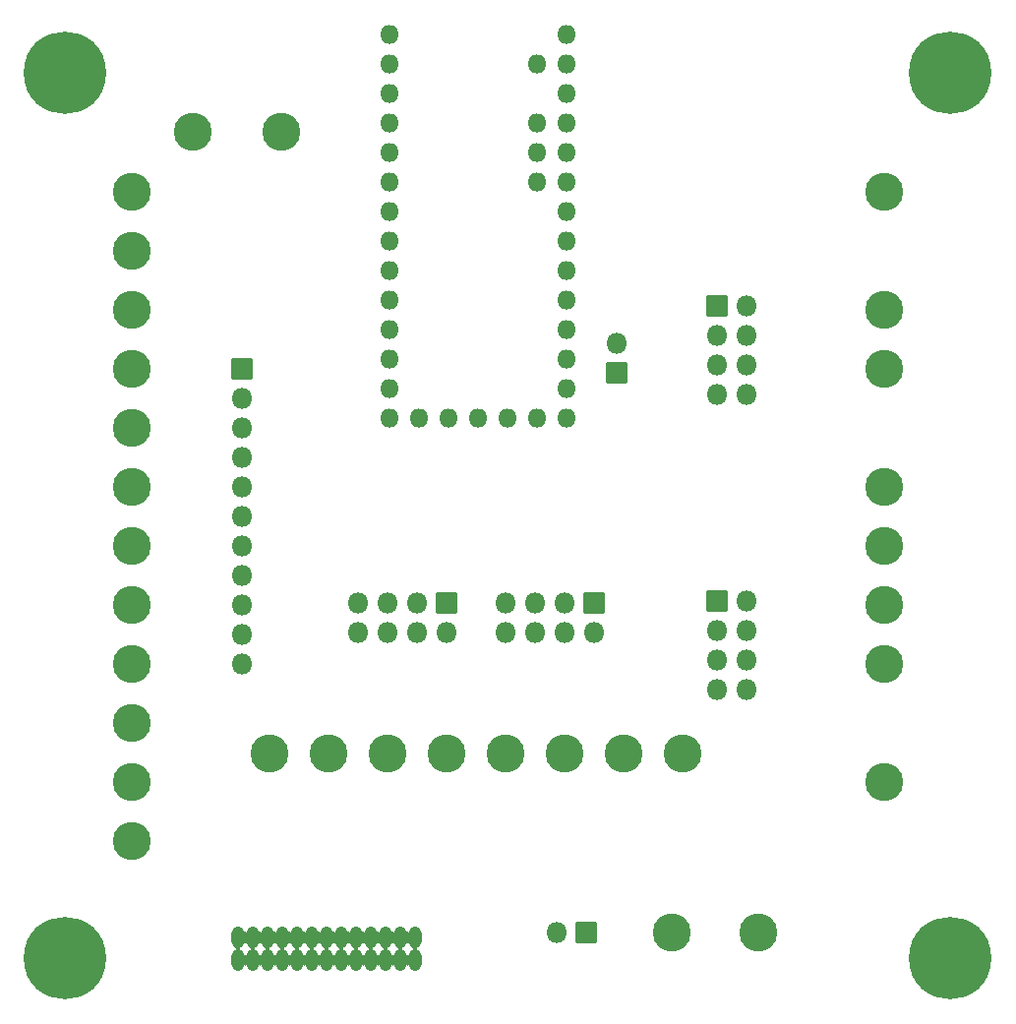
<source format=gbr>
G04 #@! TF.GenerationSoftware,KiCad,Pcbnew,(6.0.1)*
G04 #@! TF.CreationDate,2022-10-16T00:11:52-04:00*
G04 #@! TF.ProjectId,Teensy-Breakout-v6,5465656e-7379-42d4-9272-65616b6f7574,rev?*
G04 #@! TF.SameCoordinates,Original*
G04 #@! TF.FileFunction,Soldermask,Bot*
G04 #@! TF.FilePolarity,Negative*
%FSLAX46Y46*%
G04 Gerber Fmt 4.6, Leading zero omitted, Abs format (unit mm)*
G04 Created by KiCad (PCBNEW (6.0.1)) date 2022-10-16 00:11:52*
%MOMM*%
%LPD*%
G01*
G04 APERTURE LIST*
G04 Aperture macros list*
%AMRoundRect*
0 Rectangle with rounded corners*
0 $1 Rounding radius*
0 $2 $3 $4 $5 $6 $7 $8 $9 X,Y pos of 4 corners*
0 Add a 4 corners polygon primitive as box body*
4,1,4,$2,$3,$4,$5,$6,$7,$8,$9,$2,$3,0*
0 Add four circle primitives for the rounded corners*
1,1,$1+$1,$2,$3*
1,1,$1+$1,$4,$5*
1,1,$1+$1,$6,$7*
1,1,$1+$1,$8,$9*
0 Add four rect primitives between the rounded corners*
20,1,$1+$1,$2,$3,$4,$5,0*
20,1,$1+$1,$4,$5,$6,$7,0*
20,1,$1+$1,$6,$7,$8,$9,0*
20,1,$1+$1,$8,$9,$2,$3,0*%
G04 Aperture macros list end*
%ADD10C,7.086600*%
%ADD11C,3.276600*%
%ADD12O,1.625600X1.625600*%
%ADD13O,1.117600X1.879600*%
%ADD14RoundRect,0.050800X-0.850000X-0.850000X0.850000X-0.850000X0.850000X0.850000X-0.850000X0.850000X0*%
%ADD15O,1.801600X1.801600*%
%ADD16RoundRect,0.050800X-0.850000X0.850000X-0.850000X-0.850000X0.850000X-0.850000X0.850000X0.850000X0*%
%ADD17RoundRect,0.050800X0.850000X0.850000X-0.850000X0.850000X-0.850000X-0.850000X0.850000X-0.850000X0*%
G04 APERTURE END LIST*
D10*
X83185000Y-139065000D03*
D11*
X135382000Y-136842500D03*
X142875000Y-136842500D03*
D12*
X111125000Y-59499500D03*
X111125000Y-62039500D03*
X111125000Y-64579500D03*
X111125000Y-67119500D03*
X111125000Y-69659500D03*
X111125000Y-72199500D03*
X111125000Y-74739500D03*
X111125000Y-77279500D03*
X111125000Y-79819500D03*
X111125000Y-82359500D03*
X111125000Y-84899500D03*
X111125000Y-87439500D03*
X111125000Y-89979500D03*
X111125000Y-92519500D03*
X113665000Y-92519500D03*
X116205000Y-92519500D03*
X118745000Y-92519500D03*
X121285000Y-92519500D03*
X123825000Y-92519500D03*
X126365000Y-92519500D03*
X126365000Y-89979500D03*
X126365000Y-87439500D03*
X126365000Y-84899500D03*
X126365000Y-82359500D03*
X126365000Y-79819500D03*
X126365000Y-77279500D03*
X126365000Y-74739500D03*
X126365000Y-72199500D03*
X126365000Y-69659500D03*
X126365000Y-67119500D03*
X126365000Y-64579500D03*
X126365000Y-62039500D03*
X126365000Y-59499500D03*
X123825000Y-62039500D03*
X123825000Y-67119500D03*
X123825000Y-69659500D03*
X123825000Y-72199500D03*
D11*
X153670000Y-98488500D03*
X153670000Y-88328500D03*
X153670000Y-83248500D03*
X153670000Y-108648500D03*
X153670000Y-103568500D03*
X88900000Y-123888500D03*
X88900000Y-118808500D03*
X88900000Y-113728500D03*
X88900000Y-108648500D03*
X88900000Y-103568500D03*
X88900000Y-98488500D03*
X88900000Y-93408500D03*
X88900000Y-88328500D03*
X88900000Y-83248500D03*
X88900000Y-78168500D03*
D13*
X113284000Y-137248900D03*
X113284000Y-139230100D03*
X112014000Y-137248900D03*
X112014000Y-139230100D03*
X110744000Y-137248900D03*
X110744000Y-139230100D03*
X109474000Y-137248900D03*
X109474000Y-139230100D03*
X108204000Y-137248900D03*
X108204000Y-139230100D03*
X106934000Y-137248900D03*
X106934000Y-139230100D03*
X105664000Y-137248900D03*
X105664000Y-139230100D03*
X104394000Y-137248900D03*
X104394000Y-139230100D03*
X103124000Y-137248900D03*
X103124000Y-139230100D03*
X101854000Y-137248900D03*
X101854000Y-139230100D03*
X100584000Y-137248900D03*
X100584000Y-139230100D03*
X99314000Y-137248900D03*
X99314000Y-139230100D03*
X98044000Y-137248900D03*
X98044000Y-139230100D03*
D11*
X88900000Y-128968500D03*
X153670000Y-73088500D03*
X88900000Y-73088500D03*
D10*
X83185000Y-62865000D03*
X159385000Y-139065000D03*
X159385000Y-62865000D03*
D11*
X153670000Y-123888500D03*
X153670000Y-113728500D03*
D14*
X139319000Y-82867500D03*
D15*
X141859000Y-82867500D03*
X139319000Y-85407500D03*
X141859000Y-85407500D03*
X139319000Y-87947500D03*
X141859000Y-87947500D03*
X139319000Y-90487500D03*
X141859000Y-90487500D03*
D14*
X139319000Y-108267500D03*
D15*
X141859000Y-108267500D03*
X139319000Y-110807500D03*
X141859000Y-110807500D03*
X139319000Y-113347500D03*
X141859000Y-113347500D03*
X139319000Y-115887500D03*
X141859000Y-115887500D03*
D14*
X98425000Y-88328500D03*
D15*
X98425000Y-90868500D03*
X98425000Y-93408500D03*
X98425000Y-95948500D03*
X98425000Y-98488500D03*
X98425000Y-101028500D03*
X98425000Y-103568500D03*
X98425000Y-106108500D03*
X98425000Y-108648500D03*
X98425000Y-111188500D03*
X98425000Y-113728500D03*
D16*
X128016000Y-136842500D03*
D15*
X125476000Y-136842500D03*
D16*
X128704500Y-108453000D03*
D15*
X128704500Y-110993000D03*
X126164500Y-108453000D03*
X126164500Y-110993000D03*
X123624500Y-108453000D03*
X123624500Y-110993000D03*
X121084500Y-108453000D03*
X121084500Y-110993000D03*
D11*
X100787200Y-121412000D03*
X110947200Y-121412000D03*
X136347200Y-121412000D03*
X101750000Y-67945000D03*
X121107200Y-121412000D03*
X94130000Y-67945000D03*
D15*
X108384500Y-110993000D03*
X108384500Y-108453000D03*
X110924500Y-110993000D03*
X110924500Y-108453000D03*
X113464500Y-110993000D03*
X113464500Y-108453000D03*
X116004500Y-110993000D03*
D16*
X116004500Y-108453000D03*
D11*
X105867200Y-121412000D03*
X131267200Y-121412000D03*
X116027200Y-121412000D03*
X126187200Y-121412000D03*
D17*
X130683000Y-88646000D03*
D15*
X130683000Y-86106000D03*
G36*
X101332009Y-138665530D02*
G01*
X101332369Y-138667338D01*
X101303175Y-138767826D01*
X101297200Y-138849178D01*
X101297200Y-139610968D01*
X101316244Y-139749991D01*
X101315489Y-139751842D01*
X101313507Y-139752114D01*
X101312702Y-139751512D01*
X101273985Y-139703185D01*
X101214672Y-139686959D01*
X101157096Y-139708715D01*
X101126467Y-139750411D01*
X101109415Y-139794147D01*
X101107855Y-139795397D01*
X101105991Y-139794670D01*
X101105631Y-139792862D01*
X101134825Y-139692374D01*
X101140800Y-139611022D01*
X101140800Y-138849232D01*
X101121756Y-138710209D01*
X101122511Y-138708358D01*
X101124493Y-138708086D01*
X101125298Y-138708688D01*
X101164015Y-138757015D01*
X101223328Y-138773241D01*
X101280904Y-138751485D01*
X101311533Y-138709789D01*
X101328585Y-138666053D01*
X101330145Y-138664803D01*
X101332009Y-138665530D01*
G37*
G36*
X108952009Y-138665530D02*
G01*
X108952369Y-138667338D01*
X108923175Y-138767826D01*
X108917200Y-138849178D01*
X108917200Y-139610968D01*
X108936244Y-139749991D01*
X108935489Y-139751842D01*
X108933507Y-139752114D01*
X108932702Y-139751512D01*
X108893985Y-139703185D01*
X108834672Y-139686959D01*
X108777096Y-139708715D01*
X108746467Y-139750411D01*
X108729415Y-139794147D01*
X108727855Y-139795397D01*
X108725991Y-139794670D01*
X108725631Y-139792862D01*
X108754825Y-139692374D01*
X108760800Y-139611022D01*
X108760800Y-138849232D01*
X108741756Y-138710209D01*
X108742511Y-138708358D01*
X108744493Y-138708086D01*
X108745298Y-138708688D01*
X108784015Y-138757015D01*
X108843328Y-138773241D01*
X108900904Y-138751485D01*
X108931533Y-138709789D01*
X108948585Y-138666053D01*
X108950145Y-138664803D01*
X108952009Y-138665530D01*
G37*
G36*
X105142009Y-138665530D02*
G01*
X105142369Y-138667338D01*
X105113175Y-138767826D01*
X105107200Y-138849178D01*
X105107200Y-139610968D01*
X105126244Y-139749991D01*
X105125489Y-139751842D01*
X105123507Y-139752114D01*
X105122702Y-139751512D01*
X105083985Y-139703185D01*
X105024672Y-139686959D01*
X104967096Y-139708715D01*
X104936467Y-139750411D01*
X104919415Y-139794147D01*
X104917855Y-139795397D01*
X104915991Y-139794670D01*
X104915631Y-139792862D01*
X104944825Y-139692374D01*
X104950800Y-139611022D01*
X104950800Y-138849232D01*
X104931756Y-138710209D01*
X104932511Y-138708358D01*
X104934493Y-138708086D01*
X104935298Y-138708688D01*
X104974015Y-138757015D01*
X105033328Y-138773241D01*
X105090904Y-138751485D01*
X105121533Y-138709789D01*
X105138585Y-138666053D01*
X105140145Y-138664803D01*
X105142009Y-138665530D01*
G37*
G36*
X107682009Y-138665530D02*
G01*
X107682369Y-138667338D01*
X107653175Y-138767826D01*
X107647200Y-138849178D01*
X107647200Y-139610968D01*
X107666244Y-139749991D01*
X107665489Y-139751842D01*
X107663507Y-139752114D01*
X107662702Y-139751512D01*
X107623985Y-139703185D01*
X107564672Y-139686959D01*
X107507096Y-139708715D01*
X107476467Y-139750411D01*
X107459415Y-139794147D01*
X107457855Y-139795397D01*
X107455991Y-139794670D01*
X107455631Y-139792862D01*
X107484825Y-139692374D01*
X107490800Y-139611022D01*
X107490800Y-138849232D01*
X107471756Y-138710209D01*
X107472511Y-138708358D01*
X107474493Y-138708086D01*
X107475298Y-138708688D01*
X107514015Y-138757015D01*
X107573328Y-138773241D01*
X107630904Y-138751485D01*
X107661533Y-138709789D01*
X107678585Y-138666053D01*
X107680145Y-138664803D01*
X107682009Y-138665530D01*
G37*
G36*
X110222009Y-138665530D02*
G01*
X110222369Y-138667338D01*
X110193175Y-138767826D01*
X110187200Y-138849178D01*
X110187200Y-139610968D01*
X110206244Y-139749991D01*
X110205489Y-139751842D01*
X110203507Y-139752114D01*
X110202702Y-139751512D01*
X110163985Y-139703185D01*
X110104672Y-139686959D01*
X110047096Y-139708715D01*
X110016467Y-139750411D01*
X109999415Y-139794147D01*
X109997855Y-139795397D01*
X109995991Y-139794670D01*
X109995631Y-139792862D01*
X110024825Y-139692374D01*
X110030800Y-139611022D01*
X110030800Y-138849232D01*
X110011756Y-138710209D01*
X110012511Y-138708358D01*
X110014493Y-138708086D01*
X110015298Y-138708688D01*
X110054015Y-138757015D01*
X110113328Y-138773241D01*
X110170904Y-138751485D01*
X110201533Y-138709789D01*
X110218585Y-138666053D01*
X110220145Y-138664803D01*
X110222009Y-138665530D01*
G37*
G36*
X100062009Y-138665530D02*
G01*
X100062369Y-138667338D01*
X100033175Y-138767826D01*
X100027200Y-138849178D01*
X100027200Y-139610968D01*
X100046244Y-139749991D01*
X100045489Y-139751842D01*
X100043507Y-139752114D01*
X100042702Y-139751512D01*
X100003985Y-139703185D01*
X99944672Y-139686959D01*
X99887096Y-139708715D01*
X99856467Y-139750411D01*
X99839415Y-139794147D01*
X99837855Y-139795397D01*
X99835991Y-139794670D01*
X99835631Y-139792862D01*
X99864825Y-139692374D01*
X99870800Y-139611022D01*
X99870800Y-138849232D01*
X99851756Y-138710209D01*
X99852511Y-138708358D01*
X99854493Y-138708086D01*
X99855298Y-138708688D01*
X99894015Y-138757015D01*
X99953328Y-138773241D01*
X100010904Y-138751485D01*
X100041533Y-138709789D01*
X100058585Y-138666053D01*
X100060145Y-138664803D01*
X100062009Y-138665530D01*
G37*
G36*
X102602009Y-138665530D02*
G01*
X102602369Y-138667338D01*
X102573175Y-138767826D01*
X102567200Y-138849178D01*
X102567200Y-139610968D01*
X102586244Y-139749991D01*
X102585489Y-139751842D01*
X102583507Y-139752114D01*
X102582702Y-139751512D01*
X102543985Y-139703185D01*
X102484672Y-139686959D01*
X102427096Y-139708715D01*
X102396467Y-139750411D01*
X102379415Y-139794147D01*
X102377855Y-139795397D01*
X102375991Y-139794670D01*
X102375631Y-139792862D01*
X102404825Y-139692374D01*
X102410800Y-139611022D01*
X102410800Y-138849232D01*
X102391756Y-138710209D01*
X102392511Y-138708358D01*
X102394493Y-138708086D01*
X102395298Y-138708688D01*
X102434015Y-138757015D01*
X102493328Y-138773241D01*
X102550904Y-138751485D01*
X102581533Y-138709789D01*
X102598585Y-138666053D01*
X102600145Y-138664803D01*
X102602009Y-138665530D01*
G37*
G36*
X103872009Y-138665530D02*
G01*
X103872369Y-138667338D01*
X103843175Y-138767826D01*
X103837200Y-138849178D01*
X103837200Y-139610968D01*
X103856244Y-139749991D01*
X103855489Y-139751842D01*
X103853507Y-139752114D01*
X103852702Y-139751512D01*
X103813985Y-139703185D01*
X103754672Y-139686959D01*
X103697096Y-139708715D01*
X103666467Y-139750411D01*
X103649415Y-139794147D01*
X103647855Y-139795397D01*
X103645991Y-139794670D01*
X103645631Y-139792862D01*
X103674825Y-139692374D01*
X103680800Y-139611022D01*
X103680800Y-138849232D01*
X103661756Y-138710209D01*
X103662511Y-138708358D01*
X103664493Y-138708086D01*
X103665298Y-138708688D01*
X103704015Y-138757015D01*
X103763328Y-138773241D01*
X103820904Y-138751485D01*
X103851533Y-138709789D01*
X103868585Y-138666053D01*
X103870145Y-138664803D01*
X103872009Y-138665530D01*
G37*
G36*
X98792009Y-138665530D02*
G01*
X98792369Y-138667338D01*
X98763175Y-138767826D01*
X98757200Y-138849178D01*
X98757200Y-139610968D01*
X98776244Y-139749991D01*
X98775489Y-139751842D01*
X98773507Y-139752114D01*
X98772702Y-139751512D01*
X98733985Y-139703185D01*
X98674672Y-139686959D01*
X98617096Y-139708715D01*
X98586467Y-139750411D01*
X98569415Y-139794147D01*
X98567855Y-139795397D01*
X98565991Y-139794670D01*
X98565631Y-139792862D01*
X98594825Y-139692374D01*
X98600800Y-139611022D01*
X98600800Y-138849232D01*
X98581756Y-138710209D01*
X98582511Y-138708358D01*
X98584493Y-138708086D01*
X98585298Y-138708688D01*
X98624015Y-138757015D01*
X98683328Y-138773241D01*
X98740904Y-138751485D01*
X98771533Y-138709789D01*
X98788585Y-138666053D01*
X98790145Y-138664803D01*
X98792009Y-138665530D01*
G37*
G36*
X106412009Y-138665530D02*
G01*
X106412369Y-138667338D01*
X106383175Y-138767826D01*
X106377200Y-138849178D01*
X106377200Y-139610968D01*
X106396244Y-139749991D01*
X106395489Y-139751842D01*
X106393507Y-139752114D01*
X106392702Y-139751512D01*
X106353985Y-139703185D01*
X106294672Y-139686959D01*
X106237096Y-139708715D01*
X106206467Y-139750411D01*
X106189415Y-139794147D01*
X106187855Y-139795397D01*
X106185991Y-139794670D01*
X106185631Y-139792862D01*
X106214825Y-139692374D01*
X106220800Y-139611022D01*
X106220800Y-138849232D01*
X106201756Y-138710209D01*
X106202511Y-138708358D01*
X106204493Y-138708086D01*
X106205298Y-138708688D01*
X106244015Y-138757015D01*
X106303328Y-138773241D01*
X106360904Y-138751485D01*
X106391533Y-138709789D01*
X106408585Y-138666053D01*
X106410145Y-138664803D01*
X106412009Y-138665530D01*
G37*
G36*
X111492009Y-138665530D02*
G01*
X111492369Y-138667338D01*
X111463175Y-138767826D01*
X111457200Y-138849178D01*
X111457200Y-139610968D01*
X111476244Y-139749991D01*
X111475489Y-139751842D01*
X111473507Y-139752114D01*
X111472702Y-139751512D01*
X111433985Y-139703185D01*
X111374672Y-139686959D01*
X111317096Y-139708715D01*
X111286467Y-139750411D01*
X111269415Y-139794147D01*
X111267855Y-139795397D01*
X111265991Y-139794670D01*
X111265631Y-139792862D01*
X111294825Y-139692374D01*
X111300800Y-139611022D01*
X111300800Y-138849232D01*
X111281756Y-138710209D01*
X111282511Y-138708358D01*
X111284493Y-138708086D01*
X111285298Y-138708688D01*
X111324015Y-138757015D01*
X111383328Y-138773241D01*
X111440904Y-138751485D01*
X111471533Y-138709789D01*
X111488585Y-138666053D01*
X111490145Y-138664803D01*
X111492009Y-138665530D01*
G37*
G36*
X112762009Y-138665530D02*
G01*
X112762369Y-138667338D01*
X112733175Y-138767826D01*
X112727200Y-138849178D01*
X112727200Y-139610968D01*
X112746244Y-139749991D01*
X112745489Y-139751842D01*
X112743507Y-139752114D01*
X112742702Y-139751512D01*
X112703985Y-139703185D01*
X112644672Y-139686959D01*
X112587096Y-139708715D01*
X112556467Y-139750411D01*
X112539415Y-139794147D01*
X112537855Y-139795397D01*
X112535991Y-139794670D01*
X112535631Y-139792862D01*
X112564825Y-139692374D01*
X112570800Y-139611022D01*
X112570800Y-138849232D01*
X112551756Y-138710209D01*
X112552511Y-138708358D01*
X112554493Y-138708086D01*
X112555298Y-138708688D01*
X112594015Y-138757015D01*
X112653328Y-138773241D01*
X112710904Y-138751485D01*
X112741533Y-138709789D01*
X112758585Y-138666053D01*
X112760145Y-138664803D01*
X112762009Y-138665530D01*
G37*
G36*
X108518852Y-138089706D02*
G01*
X108519760Y-138091488D01*
X108519079Y-138092889D01*
X108518992Y-138092965D01*
X108518593Y-138093236D01*
X108407680Y-138150483D01*
X108364190Y-138194431D01*
X108354888Y-138255215D01*
X108383174Y-138310017D01*
X108406599Y-138327224D01*
X108431941Y-138340642D01*
X108433004Y-138342337D01*
X108432068Y-138344104D01*
X108430328Y-138344292D01*
X108319762Y-138304486D01*
X108169040Y-138293418D01*
X108020892Y-138323289D01*
X107891145Y-138389399D01*
X107889148Y-138389294D01*
X107888240Y-138387512D01*
X107888921Y-138386111D01*
X107889008Y-138386035D01*
X107889407Y-138385764D01*
X108000320Y-138328517D01*
X108043810Y-138284569D01*
X108053112Y-138223785D01*
X108024826Y-138168983D01*
X108001401Y-138151776D01*
X107976059Y-138138358D01*
X107974996Y-138136663D01*
X107975932Y-138134896D01*
X107977672Y-138134708D01*
X108088238Y-138174514D01*
X108238960Y-138185582D01*
X108387108Y-138155711D01*
X108516855Y-138089601D01*
X108518852Y-138089706D01*
G37*
G36*
X113598852Y-138089706D02*
G01*
X113599760Y-138091488D01*
X113599079Y-138092889D01*
X113598992Y-138092965D01*
X113598593Y-138093236D01*
X113487680Y-138150483D01*
X113444190Y-138194431D01*
X113434888Y-138255215D01*
X113463174Y-138310017D01*
X113486599Y-138327224D01*
X113511941Y-138340642D01*
X113513004Y-138342337D01*
X113512068Y-138344104D01*
X113510328Y-138344292D01*
X113399762Y-138304486D01*
X113249040Y-138293418D01*
X113100892Y-138323289D01*
X112971145Y-138389399D01*
X112969148Y-138389294D01*
X112968240Y-138387512D01*
X112968921Y-138386111D01*
X112969008Y-138386035D01*
X112969407Y-138385764D01*
X113080320Y-138328517D01*
X113123810Y-138284569D01*
X113133112Y-138223785D01*
X113104826Y-138168983D01*
X113081401Y-138151776D01*
X113056059Y-138138358D01*
X113054996Y-138136663D01*
X113055932Y-138134896D01*
X113057672Y-138134708D01*
X113168238Y-138174514D01*
X113318960Y-138185582D01*
X113467108Y-138155711D01*
X113596855Y-138089601D01*
X113598852Y-138089706D01*
G37*
G36*
X102168852Y-138089706D02*
G01*
X102169760Y-138091488D01*
X102169079Y-138092889D01*
X102168992Y-138092965D01*
X102168593Y-138093236D01*
X102057680Y-138150483D01*
X102014190Y-138194431D01*
X102004888Y-138255215D01*
X102033174Y-138310017D01*
X102056599Y-138327224D01*
X102081941Y-138340642D01*
X102083004Y-138342337D01*
X102082068Y-138344104D01*
X102080328Y-138344292D01*
X101969762Y-138304486D01*
X101819040Y-138293418D01*
X101670892Y-138323289D01*
X101541145Y-138389399D01*
X101539148Y-138389294D01*
X101538240Y-138387512D01*
X101538921Y-138386111D01*
X101539008Y-138386035D01*
X101539407Y-138385764D01*
X101650320Y-138328517D01*
X101693810Y-138284569D01*
X101703112Y-138223785D01*
X101674826Y-138168983D01*
X101651401Y-138151776D01*
X101626059Y-138138358D01*
X101624996Y-138136663D01*
X101625932Y-138134896D01*
X101627672Y-138134708D01*
X101738238Y-138174514D01*
X101888960Y-138185582D01*
X102037108Y-138155711D01*
X102166855Y-138089601D01*
X102168852Y-138089706D01*
G37*
G36*
X103438852Y-138089706D02*
G01*
X103439760Y-138091488D01*
X103439079Y-138092889D01*
X103438992Y-138092965D01*
X103438593Y-138093236D01*
X103327680Y-138150483D01*
X103284190Y-138194431D01*
X103274888Y-138255215D01*
X103303174Y-138310017D01*
X103326599Y-138327224D01*
X103351941Y-138340642D01*
X103353004Y-138342337D01*
X103352068Y-138344104D01*
X103350328Y-138344292D01*
X103239762Y-138304486D01*
X103089040Y-138293418D01*
X102940892Y-138323289D01*
X102811145Y-138389399D01*
X102809148Y-138389294D01*
X102808240Y-138387512D01*
X102808921Y-138386111D01*
X102809008Y-138386035D01*
X102809407Y-138385764D01*
X102920320Y-138328517D01*
X102963810Y-138284569D01*
X102973112Y-138223785D01*
X102944826Y-138168983D01*
X102921401Y-138151776D01*
X102896059Y-138138358D01*
X102894996Y-138136663D01*
X102895932Y-138134896D01*
X102897672Y-138134708D01*
X103008238Y-138174514D01*
X103158960Y-138185582D01*
X103307108Y-138155711D01*
X103436855Y-138089601D01*
X103438852Y-138089706D01*
G37*
G36*
X99628852Y-138089706D02*
G01*
X99629760Y-138091488D01*
X99629079Y-138092889D01*
X99628992Y-138092965D01*
X99628593Y-138093236D01*
X99517680Y-138150483D01*
X99474190Y-138194431D01*
X99464888Y-138255215D01*
X99493174Y-138310017D01*
X99516599Y-138327224D01*
X99541941Y-138340642D01*
X99543004Y-138342337D01*
X99542068Y-138344104D01*
X99540328Y-138344292D01*
X99429762Y-138304486D01*
X99279040Y-138293418D01*
X99130892Y-138323289D01*
X99001145Y-138389399D01*
X98999148Y-138389294D01*
X98998240Y-138387512D01*
X98998921Y-138386111D01*
X98999008Y-138386035D01*
X98999407Y-138385764D01*
X99110320Y-138328517D01*
X99153810Y-138284569D01*
X99163112Y-138223785D01*
X99134826Y-138168983D01*
X99111401Y-138151776D01*
X99086059Y-138138358D01*
X99084996Y-138136663D01*
X99085932Y-138134896D01*
X99087672Y-138134708D01*
X99198238Y-138174514D01*
X99348960Y-138185582D01*
X99497108Y-138155711D01*
X99626855Y-138089601D01*
X99628852Y-138089706D01*
G37*
G36*
X109788852Y-138089706D02*
G01*
X109789760Y-138091488D01*
X109789079Y-138092889D01*
X109788992Y-138092965D01*
X109788593Y-138093236D01*
X109677680Y-138150483D01*
X109634190Y-138194431D01*
X109624888Y-138255215D01*
X109653174Y-138310017D01*
X109676599Y-138327224D01*
X109701941Y-138340642D01*
X109703004Y-138342337D01*
X109702068Y-138344104D01*
X109700328Y-138344292D01*
X109589762Y-138304486D01*
X109439040Y-138293418D01*
X109290892Y-138323289D01*
X109161145Y-138389399D01*
X109159148Y-138389294D01*
X109158240Y-138387512D01*
X109158921Y-138386111D01*
X109159008Y-138386035D01*
X109159407Y-138385764D01*
X109270320Y-138328517D01*
X109313810Y-138284569D01*
X109323112Y-138223785D01*
X109294826Y-138168983D01*
X109271401Y-138151776D01*
X109246059Y-138138358D01*
X109244996Y-138136663D01*
X109245932Y-138134896D01*
X109247672Y-138134708D01*
X109358238Y-138174514D01*
X109508960Y-138185582D01*
X109657108Y-138155711D01*
X109786855Y-138089601D01*
X109788852Y-138089706D01*
G37*
G36*
X104708852Y-138089706D02*
G01*
X104709760Y-138091488D01*
X104709079Y-138092889D01*
X104708992Y-138092965D01*
X104708593Y-138093236D01*
X104597680Y-138150483D01*
X104554190Y-138194431D01*
X104544888Y-138255215D01*
X104573174Y-138310017D01*
X104596599Y-138327224D01*
X104621941Y-138340642D01*
X104623004Y-138342337D01*
X104622068Y-138344104D01*
X104620328Y-138344292D01*
X104509762Y-138304486D01*
X104359040Y-138293418D01*
X104210892Y-138323289D01*
X104081145Y-138389399D01*
X104079148Y-138389294D01*
X104078240Y-138387512D01*
X104078921Y-138386111D01*
X104079008Y-138386035D01*
X104079407Y-138385764D01*
X104190320Y-138328517D01*
X104233810Y-138284569D01*
X104243112Y-138223785D01*
X104214826Y-138168983D01*
X104191401Y-138151776D01*
X104166059Y-138138358D01*
X104164996Y-138136663D01*
X104165932Y-138134896D01*
X104167672Y-138134708D01*
X104278238Y-138174514D01*
X104428960Y-138185582D01*
X104577108Y-138155711D01*
X104706855Y-138089601D01*
X104708852Y-138089706D01*
G37*
G36*
X107248852Y-138089706D02*
G01*
X107249760Y-138091488D01*
X107249079Y-138092889D01*
X107248992Y-138092965D01*
X107248593Y-138093236D01*
X107137680Y-138150483D01*
X107094190Y-138194431D01*
X107084888Y-138255215D01*
X107113174Y-138310017D01*
X107136599Y-138327224D01*
X107161941Y-138340642D01*
X107163004Y-138342337D01*
X107162068Y-138344104D01*
X107160328Y-138344292D01*
X107049762Y-138304486D01*
X106899040Y-138293418D01*
X106750892Y-138323289D01*
X106621145Y-138389399D01*
X106619148Y-138389294D01*
X106618240Y-138387512D01*
X106618921Y-138386111D01*
X106619008Y-138386035D01*
X106619407Y-138385764D01*
X106730320Y-138328517D01*
X106773810Y-138284569D01*
X106783112Y-138223785D01*
X106754826Y-138168983D01*
X106731401Y-138151776D01*
X106706059Y-138138358D01*
X106704996Y-138136663D01*
X106705932Y-138134896D01*
X106707672Y-138134708D01*
X106818238Y-138174514D01*
X106968960Y-138185582D01*
X107117108Y-138155711D01*
X107246855Y-138089601D01*
X107248852Y-138089706D01*
G37*
G36*
X112328852Y-138089706D02*
G01*
X112329760Y-138091488D01*
X112329079Y-138092889D01*
X112328992Y-138092965D01*
X112328593Y-138093236D01*
X112217680Y-138150483D01*
X112174190Y-138194431D01*
X112164888Y-138255215D01*
X112193174Y-138310017D01*
X112216599Y-138327224D01*
X112241941Y-138340642D01*
X112243004Y-138342337D01*
X112242068Y-138344104D01*
X112240328Y-138344292D01*
X112129762Y-138304486D01*
X111979040Y-138293418D01*
X111830892Y-138323289D01*
X111701145Y-138389399D01*
X111699148Y-138389294D01*
X111698240Y-138387512D01*
X111698921Y-138386111D01*
X111699008Y-138386035D01*
X111699407Y-138385764D01*
X111810320Y-138328517D01*
X111853810Y-138284569D01*
X111863112Y-138223785D01*
X111834826Y-138168983D01*
X111811401Y-138151776D01*
X111786059Y-138138358D01*
X111784996Y-138136663D01*
X111785932Y-138134896D01*
X111787672Y-138134708D01*
X111898238Y-138174514D01*
X112048960Y-138185582D01*
X112197108Y-138155711D01*
X112326855Y-138089601D01*
X112328852Y-138089706D01*
G37*
G36*
X105978852Y-138089706D02*
G01*
X105979760Y-138091488D01*
X105979079Y-138092889D01*
X105978992Y-138092965D01*
X105978593Y-138093236D01*
X105867680Y-138150483D01*
X105824190Y-138194431D01*
X105814888Y-138255215D01*
X105843174Y-138310017D01*
X105866599Y-138327224D01*
X105891941Y-138340642D01*
X105893004Y-138342337D01*
X105892068Y-138344104D01*
X105890328Y-138344292D01*
X105779762Y-138304486D01*
X105629040Y-138293418D01*
X105480892Y-138323289D01*
X105351145Y-138389399D01*
X105349148Y-138389294D01*
X105348240Y-138387512D01*
X105348921Y-138386111D01*
X105349008Y-138386035D01*
X105349407Y-138385764D01*
X105460320Y-138328517D01*
X105503810Y-138284569D01*
X105513112Y-138223785D01*
X105484826Y-138168983D01*
X105461401Y-138151776D01*
X105436059Y-138138358D01*
X105434996Y-138136663D01*
X105435932Y-138134896D01*
X105437672Y-138134708D01*
X105548238Y-138174514D01*
X105698960Y-138185582D01*
X105847108Y-138155711D01*
X105976855Y-138089601D01*
X105978852Y-138089706D01*
G37*
G36*
X98358852Y-138089706D02*
G01*
X98359760Y-138091488D01*
X98359079Y-138092889D01*
X98358992Y-138092965D01*
X98358593Y-138093236D01*
X98247680Y-138150483D01*
X98204190Y-138194431D01*
X98194888Y-138255215D01*
X98223174Y-138310017D01*
X98246599Y-138327224D01*
X98271941Y-138340642D01*
X98273004Y-138342337D01*
X98272068Y-138344104D01*
X98270328Y-138344292D01*
X98159762Y-138304486D01*
X98009040Y-138293418D01*
X97860892Y-138323289D01*
X97731145Y-138389399D01*
X97729148Y-138389294D01*
X97728240Y-138387512D01*
X97728921Y-138386111D01*
X97729008Y-138386035D01*
X97729407Y-138385764D01*
X97840320Y-138328517D01*
X97883810Y-138284569D01*
X97893112Y-138223785D01*
X97864826Y-138168983D01*
X97841401Y-138151776D01*
X97816059Y-138138358D01*
X97814996Y-138136663D01*
X97815932Y-138134896D01*
X97817672Y-138134708D01*
X97928238Y-138174514D01*
X98078960Y-138185582D01*
X98227108Y-138155711D01*
X98356855Y-138089601D01*
X98358852Y-138089706D01*
G37*
G36*
X111058852Y-138089706D02*
G01*
X111059760Y-138091488D01*
X111059079Y-138092889D01*
X111058992Y-138092965D01*
X111058593Y-138093236D01*
X110947680Y-138150483D01*
X110904190Y-138194431D01*
X110894888Y-138255215D01*
X110923174Y-138310017D01*
X110946599Y-138327224D01*
X110971941Y-138340642D01*
X110973004Y-138342337D01*
X110972068Y-138344104D01*
X110970328Y-138344292D01*
X110859762Y-138304486D01*
X110709040Y-138293418D01*
X110560892Y-138323289D01*
X110431145Y-138389399D01*
X110429148Y-138389294D01*
X110428240Y-138387512D01*
X110428921Y-138386111D01*
X110429008Y-138386035D01*
X110429407Y-138385764D01*
X110540320Y-138328517D01*
X110583810Y-138284569D01*
X110593112Y-138223785D01*
X110564826Y-138168983D01*
X110541401Y-138151776D01*
X110516059Y-138138358D01*
X110514996Y-138136663D01*
X110515932Y-138134896D01*
X110517672Y-138134708D01*
X110628238Y-138174514D01*
X110778960Y-138185582D01*
X110927108Y-138155711D01*
X111056855Y-138089601D01*
X111058852Y-138089706D01*
G37*
G36*
X100898852Y-138089706D02*
G01*
X100899760Y-138091488D01*
X100899079Y-138092889D01*
X100898992Y-138092965D01*
X100898593Y-138093236D01*
X100787680Y-138150483D01*
X100744190Y-138194431D01*
X100734888Y-138255215D01*
X100763174Y-138310017D01*
X100786599Y-138327224D01*
X100811941Y-138340642D01*
X100813004Y-138342337D01*
X100812068Y-138344104D01*
X100810328Y-138344292D01*
X100699762Y-138304486D01*
X100549040Y-138293418D01*
X100400892Y-138323289D01*
X100271145Y-138389399D01*
X100269148Y-138389294D01*
X100268240Y-138387512D01*
X100268921Y-138386111D01*
X100269008Y-138386035D01*
X100269407Y-138385764D01*
X100380320Y-138328517D01*
X100423810Y-138284569D01*
X100433112Y-138223785D01*
X100404826Y-138168983D01*
X100381401Y-138151776D01*
X100356059Y-138138358D01*
X100354996Y-138136663D01*
X100355932Y-138134896D01*
X100357672Y-138134708D01*
X100468238Y-138174514D01*
X100618960Y-138185582D01*
X100767108Y-138155711D01*
X100896855Y-138089601D01*
X100898852Y-138089706D01*
G37*
G36*
X112762009Y-136684330D02*
G01*
X112762369Y-136686138D01*
X112733175Y-136786626D01*
X112727200Y-136867978D01*
X112727200Y-137629768D01*
X112746244Y-137768791D01*
X112745489Y-137770642D01*
X112743507Y-137770914D01*
X112742702Y-137770312D01*
X112703985Y-137721985D01*
X112644672Y-137705759D01*
X112587096Y-137727515D01*
X112556467Y-137769211D01*
X112539415Y-137812947D01*
X112537855Y-137814197D01*
X112535991Y-137813470D01*
X112535631Y-137811662D01*
X112564825Y-137711174D01*
X112570800Y-137629822D01*
X112570800Y-136868032D01*
X112551756Y-136729009D01*
X112552511Y-136727158D01*
X112554493Y-136726886D01*
X112555298Y-136727488D01*
X112594015Y-136775815D01*
X112653328Y-136792041D01*
X112710904Y-136770285D01*
X112741533Y-136728589D01*
X112758585Y-136684853D01*
X112760145Y-136683603D01*
X112762009Y-136684330D01*
G37*
G36*
X101332009Y-136684330D02*
G01*
X101332369Y-136686138D01*
X101303175Y-136786626D01*
X101297200Y-136867978D01*
X101297200Y-137629768D01*
X101316244Y-137768791D01*
X101315489Y-137770642D01*
X101313507Y-137770914D01*
X101312702Y-137770312D01*
X101273985Y-137721985D01*
X101214672Y-137705759D01*
X101157096Y-137727515D01*
X101126467Y-137769211D01*
X101109415Y-137812947D01*
X101107855Y-137814197D01*
X101105991Y-137813470D01*
X101105631Y-137811662D01*
X101134825Y-137711174D01*
X101140800Y-137629822D01*
X101140800Y-136868032D01*
X101121756Y-136729009D01*
X101122511Y-136727158D01*
X101124493Y-136726886D01*
X101125298Y-136727488D01*
X101164015Y-136775815D01*
X101223328Y-136792041D01*
X101280904Y-136770285D01*
X101311533Y-136728589D01*
X101328585Y-136684853D01*
X101330145Y-136683603D01*
X101332009Y-136684330D01*
G37*
G36*
X111492009Y-136684330D02*
G01*
X111492369Y-136686138D01*
X111463175Y-136786626D01*
X111457200Y-136867978D01*
X111457200Y-137629768D01*
X111476244Y-137768791D01*
X111475489Y-137770642D01*
X111473507Y-137770914D01*
X111472702Y-137770312D01*
X111433985Y-137721985D01*
X111374672Y-137705759D01*
X111317096Y-137727515D01*
X111286467Y-137769211D01*
X111269415Y-137812947D01*
X111267855Y-137814197D01*
X111265991Y-137813470D01*
X111265631Y-137811662D01*
X111294825Y-137711174D01*
X111300800Y-137629822D01*
X111300800Y-136868032D01*
X111281756Y-136729009D01*
X111282511Y-136727158D01*
X111284493Y-136726886D01*
X111285298Y-136727488D01*
X111324015Y-136775815D01*
X111383328Y-136792041D01*
X111440904Y-136770285D01*
X111471533Y-136728589D01*
X111488585Y-136684853D01*
X111490145Y-136683603D01*
X111492009Y-136684330D01*
G37*
G36*
X106412009Y-136684330D02*
G01*
X106412369Y-136686138D01*
X106383175Y-136786626D01*
X106377200Y-136867978D01*
X106377200Y-137629768D01*
X106396244Y-137768791D01*
X106395489Y-137770642D01*
X106393507Y-137770914D01*
X106392702Y-137770312D01*
X106353985Y-137721985D01*
X106294672Y-137705759D01*
X106237096Y-137727515D01*
X106206467Y-137769211D01*
X106189415Y-137812947D01*
X106187855Y-137814197D01*
X106185991Y-137813470D01*
X106185631Y-137811662D01*
X106214825Y-137711174D01*
X106220800Y-137629822D01*
X106220800Y-136868032D01*
X106201756Y-136729009D01*
X106202511Y-136727158D01*
X106204493Y-136726886D01*
X106205298Y-136727488D01*
X106244015Y-136775815D01*
X106303328Y-136792041D01*
X106360904Y-136770285D01*
X106391533Y-136728589D01*
X106408585Y-136684853D01*
X106410145Y-136683603D01*
X106412009Y-136684330D01*
G37*
G36*
X102602009Y-136684330D02*
G01*
X102602369Y-136686138D01*
X102573175Y-136786626D01*
X102567200Y-136867978D01*
X102567200Y-137629768D01*
X102586244Y-137768791D01*
X102585489Y-137770642D01*
X102583507Y-137770914D01*
X102582702Y-137770312D01*
X102543985Y-137721985D01*
X102484672Y-137705759D01*
X102427096Y-137727515D01*
X102396467Y-137769211D01*
X102379415Y-137812947D01*
X102377855Y-137814197D01*
X102375991Y-137813470D01*
X102375631Y-137811662D01*
X102404825Y-137711174D01*
X102410800Y-137629822D01*
X102410800Y-136868032D01*
X102391756Y-136729009D01*
X102392511Y-136727158D01*
X102394493Y-136726886D01*
X102395298Y-136727488D01*
X102434015Y-136775815D01*
X102493328Y-136792041D01*
X102550904Y-136770285D01*
X102581533Y-136728589D01*
X102598585Y-136684853D01*
X102600145Y-136683603D01*
X102602009Y-136684330D01*
G37*
G36*
X105142009Y-136684330D02*
G01*
X105142369Y-136686138D01*
X105113175Y-136786626D01*
X105107200Y-136867978D01*
X105107200Y-137629768D01*
X105126244Y-137768791D01*
X105125489Y-137770642D01*
X105123507Y-137770914D01*
X105122702Y-137770312D01*
X105083985Y-137721985D01*
X105024672Y-137705759D01*
X104967096Y-137727515D01*
X104936467Y-137769211D01*
X104919415Y-137812947D01*
X104917855Y-137814197D01*
X104915991Y-137813470D01*
X104915631Y-137811662D01*
X104944825Y-137711174D01*
X104950800Y-137629822D01*
X104950800Y-136868032D01*
X104931756Y-136729009D01*
X104932511Y-136727158D01*
X104934493Y-136726886D01*
X104935298Y-136727488D01*
X104974015Y-136775815D01*
X105033328Y-136792041D01*
X105090904Y-136770285D01*
X105121533Y-136728589D01*
X105138585Y-136684853D01*
X105140145Y-136683603D01*
X105142009Y-136684330D01*
G37*
G36*
X100062009Y-136684330D02*
G01*
X100062369Y-136686138D01*
X100033175Y-136786626D01*
X100027200Y-136867978D01*
X100027200Y-137629768D01*
X100046244Y-137768791D01*
X100045489Y-137770642D01*
X100043507Y-137770914D01*
X100042702Y-137770312D01*
X100003985Y-137721985D01*
X99944672Y-137705759D01*
X99887096Y-137727515D01*
X99856467Y-137769211D01*
X99839415Y-137812947D01*
X99837855Y-137814197D01*
X99835991Y-137813470D01*
X99835631Y-137811662D01*
X99864825Y-137711174D01*
X99870800Y-137629822D01*
X99870800Y-136868032D01*
X99851756Y-136729009D01*
X99852511Y-136727158D01*
X99854493Y-136726886D01*
X99855298Y-136727488D01*
X99894015Y-136775815D01*
X99953328Y-136792041D01*
X100010904Y-136770285D01*
X100041533Y-136728589D01*
X100058585Y-136684853D01*
X100060145Y-136683603D01*
X100062009Y-136684330D01*
G37*
G36*
X98792009Y-136684330D02*
G01*
X98792369Y-136686138D01*
X98763175Y-136786626D01*
X98757200Y-136867978D01*
X98757200Y-137629768D01*
X98776244Y-137768791D01*
X98775489Y-137770642D01*
X98773507Y-137770914D01*
X98772702Y-137770312D01*
X98733985Y-137721985D01*
X98674672Y-137705759D01*
X98617096Y-137727515D01*
X98586467Y-137769211D01*
X98569415Y-137812947D01*
X98567855Y-137814197D01*
X98565991Y-137813470D01*
X98565631Y-137811662D01*
X98594825Y-137711174D01*
X98600800Y-137629822D01*
X98600800Y-136868032D01*
X98581756Y-136729009D01*
X98582511Y-136727158D01*
X98584493Y-136726886D01*
X98585298Y-136727488D01*
X98624015Y-136775815D01*
X98683328Y-136792041D01*
X98740904Y-136770285D01*
X98771533Y-136728589D01*
X98788585Y-136684853D01*
X98790145Y-136683603D01*
X98792009Y-136684330D01*
G37*
G36*
X108952009Y-136684330D02*
G01*
X108952369Y-136686138D01*
X108923175Y-136786626D01*
X108917200Y-136867978D01*
X108917200Y-137629768D01*
X108936244Y-137768791D01*
X108935489Y-137770642D01*
X108933507Y-137770914D01*
X108932702Y-137770312D01*
X108893985Y-137721985D01*
X108834672Y-137705759D01*
X108777096Y-137727515D01*
X108746467Y-137769211D01*
X108729415Y-137812947D01*
X108727855Y-137814197D01*
X108725991Y-137813470D01*
X108725631Y-137811662D01*
X108754825Y-137711174D01*
X108760800Y-137629822D01*
X108760800Y-136868032D01*
X108741756Y-136729009D01*
X108742511Y-136727158D01*
X108744493Y-136726886D01*
X108745298Y-136727488D01*
X108784015Y-136775815D01*
X108843328Y-136792041D01*
X108900904Y-136770285D01*
X108931533Y-136728589D01*
X108948585Y-136684853D01*
X108950145Y-136683603D01*
X108952009Y-136684330D01*
G37*
G36*
X103872009Y-136684330D02*
G01*
X103872369Y-136686138D01*
X103843175Y-136786626D01*
X103837200Y-136867978D01*
X103837200Y-137629768D01*
X103856244Y-137768791D01*
X103855489Y-137770642D01*
X103853507Y-137770914D01*
X103852702Y-137770312D01*
X103813985Y-137721985D01*
X103754672Y-137705759D01*
X103697096Y-137727515D01*
X103666467Y-137769211D01*
X103649415Y-137812947D01*
X103647855Y-137814197D01*
X103645991Y-137813470D01*
X103645631Y-137811662D01*
X103674825Y-137711174D01*
X103680800Y-137629822D01*
X103680800Y-136868032D01*
X103661756Y-136729009D01*
X103662511Y-136727158D01*
X103664493Y-136726886D01*
X103665298Y-136727488D01*
X103704015Y-136775815D01*
X103763328Y-136792041D01*
X103820904Y-136770285D01*
X103851533Y-136728589D01*
X103868585Y-136684853D01*
X103870145Y-136683603D01*
X103872009Y-136684330D01*
G37*
G36*
X110222009Y-136684330D02*
G01*
X110222369Y-136686138D01*
X110193175Y-136786626D01*
X110187200Y-136867978D01*
X110187200Y-137629768D01*
X110206244Y-137768791D01*
X110205489Y-137770642D01*
X110203507Y-137770914D01*
X110202702Y-137770312D01*
X110163985Y-137721985D01*
X110104672Y-137705759D01*
X110047096Y-137727515D01*
X110016467Y-137769211D01*
X109999415Y-137812947D01*
X109997855Y-137814197D01*
X109995991Y-137813470D01*
X109995631Y-137811662D01*
X110024825Y-137711174D01*
X110030800Y-137629822D01*
X110030800Y-136868032D01*
X110011756Y-136729009D01*
X110012511Y-136727158D01*
X110014493Y-136726886D01*
X110015298Y-136727488D01*
X110054015Y-136775815D01*
X110113328Y-136792041D01*
X110170904Y-136770285D01*
X110201533Y-136728589D01*
X110218585Y-136684853D01*
X110220145Y-136683603D01*
X110222009Y-136684330D01*
G37*
G36*
X107682009Y-136684330D02*
G01*
X107682369Y-136686138D01*
X107653175Y-136786626D01*
X107647200Y-136867978D01*
X107647200Y-137629768D01*
X107666244Y-137768791D01*
X107665489Y-137770642D01*
X107663507Y-137770914D01*
X107662702Y-137770312D01*
X107623985Y-137721985D01*
X107564672Y-137705759D01*
X107507096Y-137727515D01*
X107476467Y-137769211D01*
X107459415Y-137812947D01*
X107457855Y-137814197D01*
X107455991Y-137813470D01*
X107455631Y-137811662D01*
X107484825Y-137711174D01*
X107490800Y-137629822D01*
X107490800Y-136868032D01*
X107471756Y-136729009D01*
X107472511Y-136727158D01*
X107474493Y-136726886D01*
X107475298Y-136727488D01*
X107514015Y-136775815D01*
X107573328Y-136792041D01*
X107630904Y-136770285D01*
X107661533Y-136728589D01*
X107678585Y-136684853D01*
X107680145Y-136683603D01*
X107682009Y-136684330D01*
G37*
M02*

</source>
